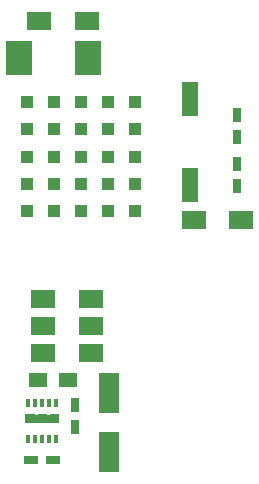
<source format=gtp>
G04 #@! TF.GenerationSoftware,KiCad,Pcbnew,(6.0.7)*
G04 #@! TF.CreationDate,2022-08-26T23:00:58+02:00*
G04 #@! TF.ProjectId,a1200_pwr,61313230-305f-4707-9772-2e6b69636164,2*
G04 #@! TF.SameCoordinates,Original*
G04 #@! TF.FileFunction,Paste,Top*
G04 #@! TF.FilePolarity,Positive*
%FSLAX46Y46*%
G04 Gerber Fmt 4.6, Leading zero omitted, Abs format (unit mm)*
G04 Created by KiCad (PCBNEW (6.0.7)) date 2022-08-26 23:00:58*
%MOMM*%
%LPD*%
G01*
G04 APERTURE LIST*
%ADD10R,2.000000X1.600000*%
%ADD11R,1.500000X1.250000*%
%ADD12R,1.800000X3.500000*%
%ADD13R,0.750000X1.200000*%
%ADD14R,0.400000X0.750000*%
%ADD15R,3.000000X0.800000*%
%ADD16R,2.200000X3.000000*%
%ADD17R,1.470000X3.000000*%
%ADD18R,1.060000X1.060000*%
%ADD19R,1.200000X0.750000*%
G04 APERTURE END LIST*
G36*
X143260683Y-123844205D02*
G01*
X143269883Y-123847005D01*
X143278283Y-123851605D01*
X143285683Y-123857705D01*
X143291783Y-123865105D01*
X143296383Y-123873505D01*
X143299183Y-123882705D01*
X143300083Y-123892305D01*
X143300083Y-124494305D01*
X143299183Y-124503905D01*
X143296383Y-124513105D01*
X143291783Y-124521505D01*
X143285683Y-124528905D01*
X143278283Y-124535005D01*
X143269883Y-124539605D01*
X143260683Y-124542405D01*
X143251083Y-124543305D01*
X142516083Y-124543305D01*
X142506483Y-124542405D01*
X142497283Y-124539605D01*
X142488883Y-124535005D01*
X142481483Y-124528905D01*
X142475383Y-124521505D01*
X142470783Y-124513105D01*
X142467983Y-124503905D01*
X142467083Y-124494305D01*
X142467083Y-123892305D01*
X142467983Y-123882705D01*
X142470783Y-123873505D01*
X142475383Y-123865105D01*
X142481483Y-123857705D01*
X142488883Y-123851605D01*
X142497283Y-123847005D01*
X142506483Y-123844205D01*
X142516083Y-123843305D01*
X143251083Y-123843305D01*
X143260683Y-123844205D01*
G37*
G36*
X141200683Y-123844205D02*
G01*
X141209883Y-123847005D01*
X141218283Y-123851605D01*
X141225683Y-123857705D01*
X141231783Y-123865105D01*
X141236383Y-123873505D01*
X141239183Y-123882705D01*
X141240083Y-123892305D01*
X141240083Y-124494305D01*
X141239183Y-124503905D01*
X141236383Y-124513105D01*
X141231783Y-124521505D01*
X141225683Y-124528905D01*
X141218283Y-124535005D01*
X141209883Y-124539605D01*
X141200683Y-124542405D01*
X141191083Y-124543305D01*
X140456083Y-124543305D01*
X140446483Y-124542405D01*
X140437283Y-124539605D01*
X140428883Y-124535005D01*
X140421483Y-124528905D01*
X140415383Y-124521505D01*
X140410783Y-124513105D01*
X140407983Y-124503905D01*
X140407083Y-124494305D01*
X140407083Y-123892305D01*
X140407983Y-123882705D01*
X140410783Y-123873505D01*
X140415383Y-123865105D01*
X140421483Y-123857705D01*
X140428883Y-123851605D01*
X140437283Y-123847005D01*
X140446483Y-123844205D01*
X140456083Y-123843305D01*
X141191083Y-123843305D01*
X141200683Y-123844205D01*
G37*
G36*
X142230683Y-123844205D02*
G01*
X142239883Y-123847005D01*
X142248283Y-123851605D01*
X142255683Y-123857705D01*
X142261783Y-123865105D01*
X142266383Y-123873505D01*
X142269183Y-123882705D01*
X142270083Y-123892305D01*
X142270083Y-124494305D01*
X142269183Y-124503905D01*
X142266383Y-124513105D01*
X142261783Y-124521505D01*
X142255683Y-124528905D01*
X142248283Y-124535005D01*
X142239883Y-124539605D01*
X142230683Y-124542405D01*
X142221083Y-124543305D01*
X141486083Y-124543305D01*
X141476483Y-124542405D01*
X141467283Y-124539605D01*
X141458883Y-124535005D01*
X141451483Y-124528905D01*
X141445383Y-124521505D01*
X141440783Y-124513105D01*
X141437983Y-124503905D01*
X141437083Y-124494305D01*
X141437083Y-123892305D01*
X141437983Y-123882705D01*
X141440783Y-123873505D01*
X141445383Y-123865105D01*
X141451483Y-123857705D01*
X141458883Y-123851605D01*
X141467283Y-123847005D01*
X141476483Y-123844205D01*
X141486083Y-123843305D01*
X142221083Y-123843305D01*
X142230683Y-123844205D01*
G37*
D10*
X141961783Y-114068605D03*
X145961783Y-114068605D03*
D11*
X141530683Y-120913905D03*
X144030683Y-120913905D03*
D10*
X141961783Y-116367305D03*
X145961783Y-116367305D03*
X141949083Y-118653305D03*
X145949083Y-118653305D03*
D12*
X147517783Y-127008005D03*
X147517783Y-122008005D03*
D13*
X144672983Y-124924605D03*
X144672983Y-123024605D03*
D14*
X143053583Y-122843305D03*
X142453583Y-122843305D03*
X141853583Y-122843305D03*
X141253583Y-122843305D03*
X140653583Y-122843305D03*
X140653583Y-125893305D03*
X141253583Y-125893305D03*
X141853583Y-125893305D03*
X142453583Y-125893305D03*
X143053583Y-125893305D03*
D15*
X141853583Y-124193305D03*
D10*
X145618883Y-90529155D03*
X141618883Y-90529155D03*
X154699883Y-107343955D03*
X158699883Y-107343955D03*
D16*
X139906083Y-93678755D03*
X145706083Y-93678755D03*
D17*
X154386883Y-104414555D03*
X154386883Y-97114555D03*
D13*
X158338183Y-100394555D03*
X158338183Y-98494555D03*
X158363583Y-104509355D03*
X158363583Y-102609355D03*
D18*
X140562883Y-97429955D03*
X142852883Y-97429955D03*
X145142883Y-97429955D03*
X147432883Y-97429955D03*
X149722883Y-97429955D03*
X140562883Y-99719955D03*
X142852883Y-99719955D03*
X145142883Y-99719955D03*
X147432883Y-99719955D03*
X149722883Y-99719955D03*
X140562883Y-102009955D03*
X142852883Y-102009955D03*
X145142883Y-102009955D03*
X147432883Y-102009955D03*
X149722883Y-102009955D03*
X140562883Y-104299955D03*
X142852883Y-104299955D03*
X145142883Y-104299955D03*
X147432883Y-104299955D03*
X149722883Y-104299955D03*
X140562883Y-106589955D03*
X142852883Y-106589955D03*
X145142883Y-106589955D03*
X147432883Y-106589955D03*
X149722883Y-106589955D03*
D19*
X140890883Y-127695705D03*
X142790883Y-127695705D03*
M02*

</source>
